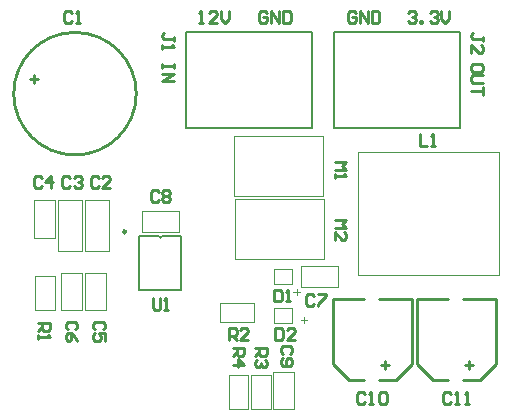
<source format=gto>
G04*
G04 #@! TF.GenerationSoftware,Altium Limited,Altium Designer,21.6.1 (37)*
G04*
G04 Layer_Color=65535*
%FSLAX44Y44*%
%MOMM*%
G71*
G04*
G04 #@! TF.SameCoordinates,468A8F93-C8C4-43A0-AE5F-35C49DAE4A20*
G04*
G04*
G04 #@! TF.FilePolarity,Positive*
G04*
G01*
G75*
%ADD10C,0.2540*%
%ADD11C,0.2800*%
%ADD12C,0.2000*%
%ADD13C,0.1000*%
%ADD14C,0.0800*%
D10*
X382084Y605790D02*
G03*
X382084Y605790I-51884J0D01*
G01*
X659130Y431800D02*
X687070D01*
Y377190D02*
Y431800D01*
X673100Y363220D02*
X687070Y377190D01*
X659130Y363220D02*
X673100D01*
X619760Y431800D02*
X646430D01*
X619760Y377190D02*
X633730Y363220D01*
X619760Y377190D02*
Y431800D01*
X633730Y363220D02*
X646430D01*
X588010Y431800D02*
X615950D01*
Y377190D02*
Y431800D01*
X601980Y363220D02*
X615950Y377190D01*
X588010Y363220D02*
X601980D01*
X548640Y431800D02*
X575310D01*
X548640Y377190D02*
X562610Y363220D01*
X548640Y377190D02*
Y431800D01*
X562610Y363220D02*
X575310D01*
X327660Y673892D02*
X325994Y675558D01*
X322662D01*
X320995Y673892D01*
Y667228D01*
X322662Y665562D01*
X325994D01*
X327660Y667228D01*
X330992Y665562D02*
X334324D01*
X332658D01*
Y675558D01*
X330992Y673892D01*
X292100Y618012D02*
X298764D01*
X295432Y621344D02*
Y614680D01*
X395925Y432988D02*
Y424658D01*
X397592Y422992D01*
X400924D01*
X402590Y424658D01*
Y432988D01*
X405922Y422992D02*
X409254D01*
X407588D01*
Y432988D01*
X405922Y431322D01*
X298941Y411412D02*
X308937D01*
Y406413D01*
X307271Y404747D01*
X303939D01*
X302273Y406413D01*
Y411412D01*
Y408079D02*
X298941Y404747D01*
Y401415D02*
Y398083D01*
Y399749D01*
X308937D01*
X307271Y401415D01*
X330562Y406136D02*
X332228Y407802D01*
Y411134D01*
X330562Y412801D01*
X323897D01*
X322231Y411134D01*
Y407802D01*
X323897Y406136D01*
X332228Y396139D02*
X330562Y399472D01*
X327229Y402804D01*
X323897D01*
X322231Y401138D01*
Y397805D01*
X323897Y396139D01*
X325563D01*
X327229Y397805D01*
Y402804D01*
X353852Y406136D02*
X355518Y407802D01*
Y411134D01*
X353852Y412801D01*
X347188D01*
X345522Y411134D01*
Y407802D01*
X347188Y406136D01*
X355518Y396139D02*
Y402804D01*
X350520D01*
X352186Y399472D01*
Y397805D01*
X350520Y396139D01*
X347188D01*
X345522Y397805D01*
Y401138D01*
X347188Y402804D01*
X350124Y534192D02*
X348458Y535858D01*
X345126D01*
X343459Y534192D01*
Y527528D01*
X345126Y525862D01*
X348458D01*
X350124Y527528D01*
X360121Y525862D02*
X353456D01*
X360121Y532526D01*
Y534192D01*
X358455Y535858D01*
X355122D01*
X353456Y534192D01*
X400924Y522762D02*
X399258Y524428D01*
X395925D01*
X394259Y522762D01*
Y516098D01*
X395925Y514432D01*
X399258D01*
X400924Y516098D01*
X404256Y522762D02*
X405922Y524428D01*
X409254D01*
X410921Y522762D01*
Y521096D01*
X409254Y519430D01*
X410921Y517764D01*
Y516098D01*
X409254Y514432D01*
X405922D01*
X404256Y516098D01*
Y517764D01*
X405922Y519430D01*
X404256Y521096D01*
Y522762D01*
X405922Y519430D02*
X409254D01*
X325994Y534192D02*
X324328Y535858D01*
X320995D01*
X319329Y534192D01*
Y527528D01*
X320995Y525862D01*
X324328D01*
X325994Y527528D01*
X329326Y534192D02*
X330992Y535858D01*
X334324D01*
X335991Y534192D01*
Y532526D01*
X334324Y530860D01*
X332658D01*
X334324D01*
X335991Y529194D01*
Y527528D01*
X334324Y525862D01*
X330992D01*
X329326Y527528D01*
X301864Y534192D02*
X300198Y535858D01*
X296866D01*
X295199Y534192D01*
Y527528D01*
X296866Y525862D01*
X300198D01*
X301864Y527528D01*
X310194Y525862D02*
Y535858D01*
X305196Y530860D01*
X311861D01*
X663732Y379730D02*
Y373065D01*
X667065Y376398D02*
X660400D01*
X592612Y379730D02*
Y373065D01*
X595945Y376398D02*
X589280D01*
X413857Y631190D02*
Y627858D01*
Y629524D01*
X403860D01*
Y631190D01*
Y627858D01*
Y622859D02*
X413857D01*
X403860Y616195D01*
X413857D01*
X675558Y626192D02*
Y629524D01*
X673892Y631190D01*
X667228D01*
X665562Y629524D01*
Y626192D01*
X667228Y624525D01*
X673892D01*
X675558Y626192D01*
Y621193D02*
X667228D01*
X665562Y619527D01*
Y616195D01*
X667228Y614529D01*
X675558D01*
Y611196D02*
Y604532D01*
Y607864D01*
X665562D01*
X568004Y673811D02*
X566338Y675477D01*
X563006D01*
X561340Y673811D01*
Y667146D01*
X563006Y665480D01*
X566338D01*
X568004Y667146D01*
Y670478D01*
X564672D01*
X571337Y665480D02*
Y675477D01*
X578001Y665480D01*
Y675477D01*
X581334D02*
Y665480D01*
X586332D01*
X587998Y667146D01*
Y673811D01*
X586332Y675477D01*
X581334D01*
X435610Y665480D02*
X438942D01*
X437276D01*
Y675477D01*
X435610Y673811D01*
X450605Y665480D02*
X443941D01*
X450605Y672144D01*
Y673811D01*
X448939Y675477D01*
X445607D01*
X443941Y673811D01*
X453937Y675477D02*
Y668812D01*
X457270Y665480D01*
X460602Y668812D01*
Y675477D01*
X493074Y673811D02*
X491408Y675477D01*
X488076D01*
X486410Y673811D01*
Y667146D01*
X488076Y665480D01*
X491408D01*
X493074Y667146D01*
Y670478D01*
X489742D01*
X496407Y665480D02*
Y675477D01*
X503071Y665480D01*
Y675477D01*
X506404D02*
Y665480D01*
X511402D01*
X513068Y667146D01*
Y673811D01*
X511402Y675477D01*
X506404D01*
X612140Y673811D02*
X613806Y675477D01*
X617138D01*
X618805Y673811D01*
Y672144D01*
X617138Y670478D01*
X615472D01*
X617138D01*
X618805Y668812D01*
Y667146D01*
X617138Y665480D01*
X613806D01*
X612140Y667146D01*
X622137Y665480D02*
Y667146D01*
X623803D01*
Y665480D01*
X622137D01*
X630467Y673811D02*
X632134Y675477D01*
X635466D01*
X637132Y673811D01*
Y672144D01*
X635466Y670478D01*
X633800D01*
X635466D01*
X637132Y668812D01*
Y667146D01*
X635466Y665480D01*
X632134D01*
X630467Y667146D01*
X640464Y675477D02*
Y668812D01*
X643796Y665480D01*
X647129Y668812D01*
Y675477D01*
X460299Y397592D02*
Y407588D01*
X465298D01*
X466964Y405922D01*
Y402590D01*
X465298Y400924D01*
X460299D01*
X463632D02*
X466964Y397592D01*
X476961D02*
X470296D01*
X476961Y404256D01*
Y405922D01*
X475294Y407588D01*
X471962D01*
X470296Y405922D01*
X482682Y390690D02*
X492678D01*
Y385692D01*
X491012Y384026D01*
X487680D01*
X486014Y385692D01*
Y390690D01*
Y387358D02*
X482682Y384026D01*
X491012Y380694D02*
X492678Y379027D01*
Y375695D01*
X491012Y374029D01*
X489346D01*
X487680Y375695D01*
Y377361D01*
Y375695D01*
X486014Y374029D01*
X484348D01*
X482682Y375695D01*
Y379027D01*
X484348Y380694D01*
X463632Y390746D02*
X473628D01*
Y385747D01*
X471962Y384081D01*
X468630D01*
X466964Y385747D01*
Y390746D01*
Y387413D02*
X463632Y384081D01*
Y375751D02*
X473628D01*
X468630Y380749D01*
Y374084D01*
X675558Y650636D02*
Y653968D01*
Y652302D01*
X667228D01*
X665562Y653968D01*
Y655635D01*
X667228Y657301D01*
X665562Y640639D02*
Y647304D01*
X672226Y640639D01*
X673892D01*
X675558Y642305D01*
Y645638D01*
X673892Y647304D01*
X549992Y498551D02*
X559988D01*
X556656Y495218D01*
X559988Y491886D01*
X549992D01*
Y481889D02*
Y488554D01*
X556656Y481889D01*
X558322D01*
X559988Y483555D01*
Y486888D01*
X558322Y488554D01*
X549992Y547685D02*
X559988D01*
X556656Y544352D01*
X559988Y541020D01*
X549992D01*
Y537688D02*
Y534356D01*
Y536022D01*
X559988D01*
X558322Y537688D01*
X621986Y571418D02*
Y561422D01*
X628650D01*
X631982D02*
X635314D01*
X633648D01*
Y571418D01*
X631982Y569752D01*
X413857Y650636D02*
Y653968D01*
Y652302D01*
X405526D01*
X403860Y653968D01*
Y655635D01*
X405526Y657301D01*
X403860Y647304D02*
Y643972D01*
Y645638D01*
X413857D01*
X412191Y647304D01*
X498786Y439842D02*
Y429845D01*
X503785D01*
X505451Y431511D01*
Y438176D01*
X503785Y439842D01*
X498786D01*
X508783Y429845D02*
X512115D01*
X510449D01*
Y439842D01*
X508783Y438176D01*
X499893Y407076D02*
Y397080D01*
X504892D01*
X506558Y398746D01*
Y405410D01*
X504892Y407076D01*
X499893D01*
X516554Y397080D02*
X509890D01*
X516554Y403744D01*
Y405410D01*
X514888Y407076D01*
X511556D01*
X509890Y405410D01*
X648615Y351312D02*
X646949Y352978D01*
X643616D01*
X641950Y351312D01*
Y344648D01*
X643616Y342982D01*
X646949D01*
X648615Y344648D01*
X651947Y342982D02*
X655279D01*
X653613D01*
Y352978D01*
X651947Y351312D01*
X660278Y342982D02*
X663610D01*
X661944D01*
Y352978D01*
X660278Y351312D01*
X575829D02*
X574162Y352978D01*
X570830D01*
X569164Y351312D01*
Y344648D01*
X570830Y342982D01*
X574162D01*
X575829Y344648D01*
X579161Y342982D02*
X582493D01*
X580827D01*
Y352978D01*
X579161Y351312D01*
X587491D02*
X589158Y352978D01*
X592490D01*
X594156Y351312D01*
Y344648D01*
X592490Y342982D01*
X589158D01*
X587491Y344648D01*
Y351312D01*
X512602Y385206D02*
X514268Y386872D01*
Y390205D01*
X512602Y391871D01*
X505938D01*
X504272Y390205D01*
Y386872D01*
X505938Y385206D01*
Y381874D02*
X504272Y380208D01*
Y376875D01*
X505938Y375209D01*
X512602D01*
X514268Y376875D01*
Y380208D01*
X512602Y381874D01*
X510936D01*
X509270Y380208D01*
Y375209D01*
X532567Y434499D02*
X530901Y436165D01*
X527569D01*
X525903Y434499D01*
Y427834D01*
X527569Y426168D01*
X530901D01*
X532567Y427834D01*
X535900Y436165D02*
X542564D01*
Y434499D01*
X535900Y427834D01*
Y426168D01*
D11*
X373380Y488950D02*
G03*
X373380Y488950I-1270J0D01*
G01*
D12*
X400965Y485030D02*
G03*
X404215Y485030I1625J0D01*
G01*
X384810Y439420D02*
X420370D01*
X384810D02*
Y485030D01*
X384920D01*
X420370Y439420D02*
Y484810D01*
X404215Y485030D02*
X420370D01*
X384920D02*
X400965D01*
X420370Y484810D02*
Y485030D01*
X656590Y576580D02*
Y657860D01*
X549910D02*
X656590D01*
X549910Y576580D02*
Y657860D01*
Y576580D02*
X656590D01*
X530860D02*
Y657860D01*
X424180Y576580D02*
X530860D01*
X424180Y657860D02*
X530860D01*
X424180Y576580D02*
Y657860D01*
D13*
X296679Y422347D02*
Y451734D01*
X312913D01*
X296679Y422347D02*
X312913D01*
Y451734D01*
X318519Y422347D02*
Y453996D01*
X336299D01*
X318519Y422347D02*
X336299D01*
Y453996D01*
X339090Y422347D02*
Y453996D01*
X356870D01*
X339090Y422347D02*
X356870D01*
Y453996D01*
X339090Y472440D02*
Y515620D01*
X359410Y472440D02*
Y515620D01*
X339090Y472440D02*
X359410D01*
X339090Y515620D02*
X359410D01*
X386787Y488950D02*
X418436D01*
X386787D02*
Y506730D01*
X418436D01*
Y488950D02*
Y506730D01*
X316230Y472440D02*
Y515620D01*
X336550D01*
X316230Y472440D02*
X336550D01*
Y515620D01*
X295910Y483924D02*
X313690D01*
X295910D02*
Y515573D01*
X313690D01*
Y483924D02*
Y515573D01*
X499110Y411724D02*
Y424424D01*
Y411724D02*
X514350D01*
Y424424D01*
X499110D02*
X514350D01*
X482026Y412248D02*
Y428483D01*
X452639D02*
X482026D01*
X452639Y412248D02*
Y428483D01*
Y412248D02*
X482026D01*
X495793Y338484D02*
Y367871D01*
X479558Y338484D02*
X495793D01*
X479558Y367871D02*
X495793D01*
X479558Y338484D02*
Y367871D01*
X476752Y338484D02*
Y367871D01*
X460517Y338484D02*
X476752D01*
X460517Y367871D02*
X476752D01*
X460517Y338484D02*
Y367871D01*
X540640Y466090D02*
Y516890D01*
X465455D02*
X540640D01*
X465455Y466090D02*
X540640D01*
X465455D02*
Y516890D01*
X540120Y519430D02*
Y570230D01*
X464935D02*
X540120D01*
X464935Y519430D02*
X540120D01*
X464935D02*
Y570230D01*
X689610Y452120D02*
Y556260D01*
X570230D02*
X689610D01*
X570230Y452120D02*
Y556260D01*
Y452120D02*
X689610D01*
X499110Y444500D02*
X514350D01*
Y457200D01*
X499110D02*
X514350D01*
X499110Y444500D02*
Y457200D01*
X515620Y338484D02*
Y370133D01*
X497840Y338484D02*
X515620D01*
X497840Y370133D02*
X515620D01*
X497840Y338484D02*
Y370133D01*
X553056Y441960D02*
Y459740D01*
X521407D02*
X553056D01*
X521407Y441960D02*
Y459740D01*
Y441960D02*
X553056D01*
D14*
X521500Y414452D02*
X526832D01*
X524166Y417118D02*
Y411787D01*
X515150Y437806D02*
X520482D01*
X517816Y440472D02*
Y435140D01*
M02*

</source>
